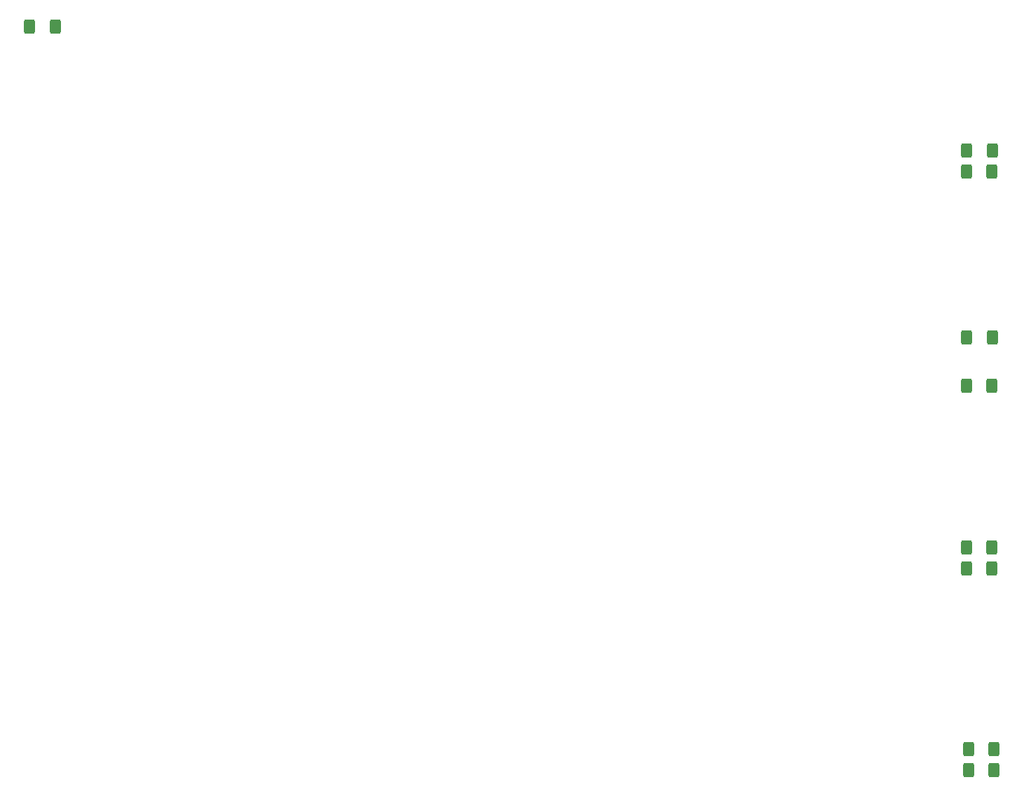
<source format=gbr>
G04 #@! TF.GenerationSoftware,KiCad,Pcbnew,9.0.3-9.0.3-0~ubuntu22.04.1*
G04 #@! TF.CreationDate,2025-08-22T11:52:41+02:00*
G04 #@! TF.ProjectId,CPU09US4,43505530-3955-4533-942e-6b696361645f,rev?*
G04 #@! TF.SameCoordinates,Original*
G04 #@! TF.FileFunction,Paste,Bot*
G04 #@! TF.FilePolarity,Positive*
%FSLAX46Y46*%
G04 Gerber Fmt 4.6, Leading zero omitted, Abs format (unit mm)*
G04 Created by KiCad (PCBNEW 9.0.3-9.0.3-0~ubuntu22.04.1) date 2025-08-22 11:52:41*
%MOMM*%
%LPD*%
G01*
G04 APERTURE LIST*
G04 Aperture macros list*
%AMRoundRect*
0 Rectangle with rounded corners*
0 $1 Rounding radius*
0 $2 $3 $4 $5 $6 $7 $8 $9 X,Y pos of 4 corners*
0 Add a 4 corners polygon primitive as box body*
4,1,4,$2,$3,$4,$5,$6,$7,$8,$9,$2,$3,0*
0 Add four circle primitives for the rounded corners*
1,1,$1+$1,$2,$3*
1,1,$1+$1,$4,$5*
1,1,$1+$1,$6,$7*
1,1,$1+$1,$8,$9*
0 Add four rect primitives between the rounded corners*
20,1,$1+$1,$2,$3,$4,$5,0*
20,1,$1+$1,$4,$5,$6,$7,0*
20,1,$1+$1,$6,$7,$8,$9,0*
20,1,$1+$1,$8,$9,$2,$3,0*%
G04 Aperture macros list end*
%ADD10RoundRect,0.250000X-0.400000X-0.625000X0.400000X-0.625000X0.400000X0.625000X-0.400000X0.625000X0*%
G04 APERTURE END LIST*
D10*
X203148000Y-120142000D03*
X206248000Y-120142000D03*
X203148000Y-74676000D03*
X206248000Y-74676000D03*
X90017000Y-57150000D03*
X93117000Y-57150000D03*
X203200000Y-72136000D03*
X206300000Y-72136000D03*
X203402000Y-144526000D03*
X206502000Y-144526000D03*
X203148000Y-122682000D03*
X206248000Y-122682000D03*
X203402000Y-147066000D03*
X206502000Y-147066000D03*
X206248000Y-100584000D03*
X203148000Y-100584000D03*
X206274000Y-94742000D03*
X203174000Y-94742000D03*
M02*

</source>
